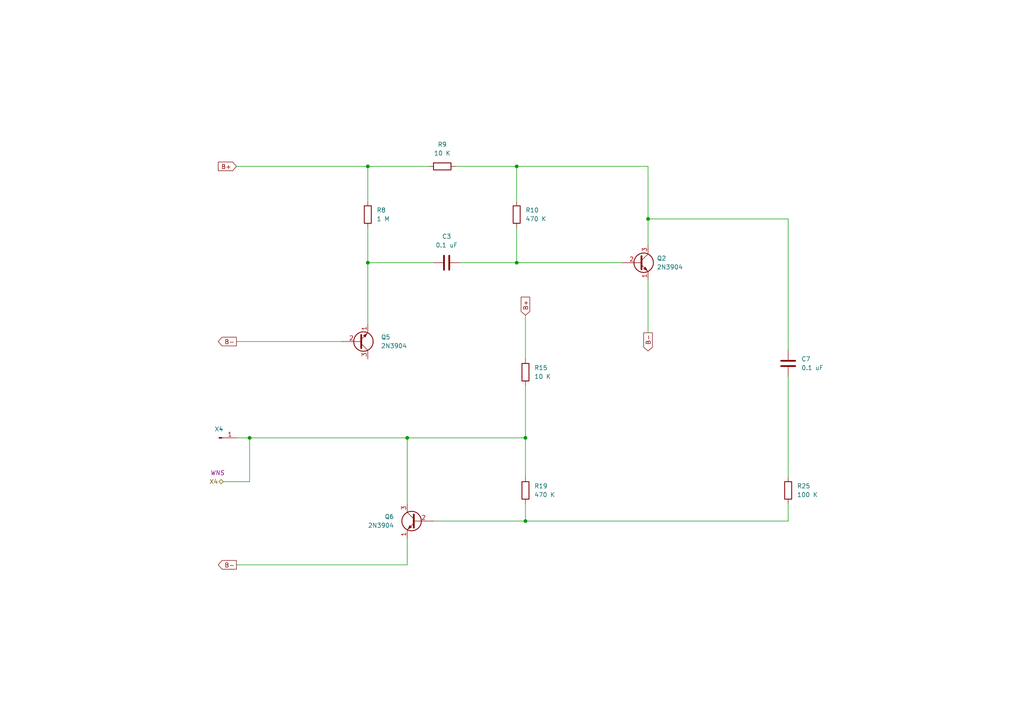
<source format=kicad_sch>
(kicad_sch (version 20230121) (generator eeschema)
  (paper "A4")
  (title_block (title "White Noise Generator") (rev "0.5") (company "Music From Outer Space LLC") (comment 1 "Licence: CC-BY-NC-SA") (comment 2 "Original Design by Ray Wilson") (comment 3 "http://musicfromouterspace.com/analogsynth_new/NOISETOASTER/NOISETOASTER.php"))
  (lib_symbols
    (symbol "Connector:Conn_01x01_Pin" (pin_names (offset 1.016) hide)
      (property "Reference" "J" (at 0 2.54 0))
      (property "Value" "Conn_01x01_Pin" (at 0 -2.54 0))
      (symbol "Conn_01x01_Pin_1_1"
        (polyline (pts (xy 1.27 0) (xy 0.8636 0)) (stroke (width 0.1524)))
        (rectangle (start 0.8636 0.127) (end 0 -0.127) (stroke (width 0.1524)) (fill (type outline)))
        (pin passive line (at 5.08 0 180) (length 3.81) (name "Pin_1") (number "1"))
      )
    )
    (symbol "Device:C" (pin_numbers hide) (pin_names (offset 0.254))
      (property "Reference" "C" (at 0.635 2.54 0))
      (property "Value" "C" (at 0.635 -2.54 0))
      (symbol "C_0_1"
        (polyline (pts (xy -2.032 -0.762) (xy 2.032 -0.762)) (stroke (width 0.508)))
        (polyline (pts (xy -2.032 0.762) (xy 2.032 0.762)) (stroke (width 0.508)))
      )
      (symbol "C_1_1"
        (pin passive line (at 0 3.81 270) (length 2.794) (name "~") (number "1"))
        (pin passive line (at 0 -3.81 90) (length 2.794) (name "~") (number "2"))
      )
    )
    (symbol "Device:R" (pin_numbers hide) (pin_names (offset 0))
      (property "Reference" "R" (at 2.032 0 90))
      (property "Value" "R" (at 0 0 90))
      (symbol "R_0_1"
        (rectangle (start -1.016 -2.54) (end 1.016 2.54) (stroke (width 0.254)))
      )
      (symbol "R_1_1"
        (pin passive line (at 0 3.81 270) (length 1.27) (name "~") (number "1"))
        (pin passive line (at 0 -3.81 90) (length 1.27) (name "~") (number "2"))
      )
    )
    (symbol "Transistor_BJT:2N3904" (pin_names (offset 0) hide)
      (property "Reference" "Q" (at 5.08 1.905 0))
      (property "Value" "2N3904" (at 5.08 0 0))
      (symbol "2N3904_0_1"
        (polyline (pts (xy 0.635 0.635) (xy 2.54 2.54)))
        (polyline (pts (xy 0.635 -0.635) (xy 2.54 -2.54) (xy 2.54 -2.54)))
        (polyline (pts (xy 0.635 1.905) (xy 0.635 -1.905) (xy 0.635 -1.905)) (stroke (width 0.508)))
        (polyline (pts (xy 1.27 -1.778) (xy 1.778 -1.27) (xy 2.286 -2.286) (xy 1.27 -1.778) (xy 1.27 -1.778)) (fill (type outline)))
        (circle (center 1.27 0) (radius 2.8194) (stroke (width 0.254)))
      )
      (symbol "2N3904_1_1"
        (pin passive line (at 2.54 -5.08 90) (length 2.54) (name "E") (number "1"))
        (pin passive line (at -5.08 0 0) (length 5.715) (name "B") (number "2"))
        (pin passive line (at 2.54 5.08 270) (length 2.54) (name "C") (number "3"))
      )
    )
  )
  (junction (at 149.86 48.26))
  (junction (at 118.11 127))
  (junction (at 106.68 48.26))
  (junction (at 72.39 127))
  (junction (at 187.96 63.5))
  (junction (at 152.4 127))
  (junction (at 149.86 76.2))
  (junction (at 106.68 76.2))
  (junction (at 152.4 151.13))
  (wire (pts (xy 152.4 146.05) (xy 152.4 151.13)))
  (wire (pts (xy 228.6 63.5) (xy 187.96 63.5)))
  (wire (pts (xy 118.11 127) (xy 152.4 127)))
  (wire (pts (xy 99.06 99.06) (xy 68.58 99.06)))
  (wire (pts (xy 152.4 111.76) (xy 152.4 127)))
  (wire (pts (xy 149.86 76.2) (xy 180.34 76.2)))
  (wire (pts (xy 106.68 76.2) (xy 125.73 76.2)))
  (wire (pts (xy 106.68 76.2) (xy 106.68 93.98)))
  (wire (pts (xy 187.96 48.26) (xy 149.86 48.26)))
  (wire (pts (xy 68.58 48.26) (xy 106.68 48.26)))
  (wire (pts (xy 106.68 66.04) (xy 106.68 76.2)))
  (wire (pts (xy 228.6 146.05) (xy 228.6 151.13)))
  (wire (pts (xy 132.08 48.26) (xy 149.86 48.26)))
  (wire (pts (xy 64.77 139.7) (xy 72.39 139.7)))
  (wire (pts (xy 125.73 151.13) (xy 152.4 151.13)))
  (wire (pts (xy 106.68 48.26) (xy 124.46 48.26)))
  (wire (pts (xy 152.4 127) (xy 152.4 138.43)))
  (wire (pts (xy 118.11 163.83) (xy 118.11 156.21)))
  (wire (pts (xy 68.58 127) (xy 72.39 127)))
  (wire (pts (xy 72.39 127) (xy 118.11 127)))
  (wire (pts (xy 152.4 91.44) (xy 152.4 104.14)))
  (wire (pts (xy 133.35 76.2) (xy 149.86 76.2)))
  (wire (pts (xy 149.86 66.04) (xy 149.86 76.2)))
  (wire (pts (xy 187.96 71.12) (xy 187.96 63.5)))
  (wire (pts (xy 228.6 151.13) (xy 152.4 151.13)))
  (wire (pts (xy 149.86 48.26) (xy 149.86 58.42)))
  (wire (pts (xy 68.58 163.83) (xy 118.11 163.83)))
  (wire (pts (xy 187.96 63.5) (xy 187.96 48.26)))
  (wire (pts (xy 72.39 139.7) (xy 72.39 127)))
  (wire (pts (xy 187.96 81.28) (xy 187.96 96.52)))
  (wire (pts (xy 118.11 127) (xy 118.11 146.05)))
  (wire (pts (xy 106.68 58.42) (xy 106.68 48.26)))
  (wire (pts (xy 228.6 101.6) (xy 228.6 63.5)))
  (wire (pts (xy 228.6 109.22) (xy 228.6 138.43)))
  (global_label "B-" (shape output) (at 68.58 163.83 180) (property "Intersheetrefs" "${INTERSHEET_REFS}" (effects hide)))
  (global_label "B-" (shape output) (at 187.96 96.52 270) (property "Intersheetrefs" "${INTERSHEET_REFS}" (effects hide)))
  (global_label "B+" (shape input) (at 152.4 91.44 90) (property "Intersheetrefs" "${INTERSHEET_REFS}" (effects hide)))
  (global_label "B-" (shape output) (at 68.58 99.06 180) (property "Intersheetrefs" "${INTERSHEET_REFS}" (effects hide)))
  (global_label "B+" (shape input) (at 68.58 48.26 180) (property "Intersheetrefs" "${INTERSHEET_REFS}" (effects hide)))
  (hierarchical_label "X4" (shape bidirectional) (at 64.77 139.7 180) (property "Bezeichnung" "WNS" (at 60.96 137.16 0) (effects (font italic) (justify left))))
  (symbol (lib_id "Device:R") (at 106.68 62.23 0) (unit 1)
    (property "Reference" "R8" (at 109.22 60.96 0) (effects (justify left)))
    (property "Value" "1 M" (at 109.22 63.5 0) (effects (justify left)))
    (property "Footprint" "Resistor_THT:R_Axial_DIN0207_L6.3mm_D2.5mm_P10.16mm_Horizontal" (effects hide))
  )
  (symbol (lib_id "Connector:Conn_01x01_Pin") (at 63.5 127 0) (unit 1)
    (property "Reference" "X4" (at 63.5 124.46 0))
    (property "Value" "~" (at 64.135 124.46 0))
    (property "Footprint" "Connector_PinHeader_1.00mm:PinHeader_1x01_P1.00mm_Vertical" (effects hide))
  )
  (symbol (lib_id "Device:R") (at 128.27 48.26 90) (unit 1)
    (property "Reference" "R9" (at 128.27 41.91 90))
    (property "Value" "10 K" (at 128.27 44.45 90))
    (property "Footprint" "Resistor_THT:R_Axial_DIN0207_L6.3mm_D2.5mm_P10.16mm_Horizontal" (effects hide))
  )
  (symbol (lib_id "Transistor_BJT:2N3904") (at 185.42 76.2 0) (unit 1)
    (property "Reference" "Q2" (at 190.5 74.93 0) (effects (justify left)))
    (property "Value" "2N3904" (at 190.5 77.47 0) (effects (justify left)))
    (property "Footprint" "Package_TO_SOT_THT:TO-92_Inline" (effects hide))
    (property "Datasheet" "https://www.onsemi.com/pub/Collateral/2N3903-D.PDF" (effects hide))
  )
  (symbol (lib_id "Device:C") (at 129.54 76.2 90) (unit 1)
    (property "Reference" "C3" (at 129.54 68.58 90))
    (property "Value" "0.1 uF" (at 129.54 71.12 90))
    (property "Footprint" "Capacitor_THT:C_Disc_D5.1mm_W3.2mm_P5.00mm" (effects hide))
  )
  (symbol (lib_id "Device:R") (at 152.4 142.24 0) (unit 1)
    (property "Reference" "R19" (at 154.94 140.97 0) (effects (justify left)))
    (property "Value" "470 K" (at 154.94 143.51 0) (effects (justify left)))
    (property "Footprint" "Resistor_THT:R_Axial_DIN0207_L6.3mm_D2.5mm_P10.16mm_Horizontal" (effects hide))
  )
  (symbol (lib_id "Device:R") (at 149.86 62.23 0) (unit 1)
    (property "Reference" "R10" (at 152.4 60.96 0) (effects (justify left)))
    (property "Value" "470 K" (at 152.4 63.5 0) (effects (justify left)))
    (property "Footprint" "Resistor_THT:R_Axial_DIN0207_L6.3mm_D2.5mm_P10.16mm_Horizontal" (effects hide))
  )
  (symbol (lib_id "Device:R") (at 228.6 142.24 0) (unit 1)
    (property "Reference" "R25" (at 231.14 140.97 0) (effects (justify left)))
    (property "Value" "100 K" (at 231.14 143.51 0) (effects (justify left)))
    (property "Footprint" "Resistor_THT:R_Axial_DIN0207_L6.3mm_D2.5mm_P10.16mm_Horizontal" (effects hide))
  )
  (symbol (lib_id "Device:C") (at 228.6 105.41 0) (unit 1)
    (property "Reference" "C7" (at 232.41 104.14 0) (effects (justify left)))
    (property "Value" "0.1 uF" (at 232.41 106.68 0) (effects (justify left)))
    (property "Footprint" "Capacitor_THT:C_Disc_D5.1mm_W3.2mm_P5.00mm" (effects hide))
  )
  (symbol (lib_id "Transistor_BJT:2N3904") (at 104.14 99.06 0) (mirror x) (unit 1)
    (property "Reference" "Q5" (at 110.49 97.79 0) (effects (justify left)))
    (property "Value" "2N3904" (at 110.49 100.33 0) (effects (justify left)))
    (property "Footprint" "Package_TO_SOT_THT:TO-92_Inline" (effects hide))
    (property "Datasheet" "https://www.onsemi.com/pub/Collateral/2N3903-D.PDF" (effects hide))
  )
  (symbol (lib_id "Transistor_BJT:2N3904") (at 120.65 151.13 0) (mirror y) (unit 1)
    (property "Reference" "Q6" (at 114.3 149.86 0) (effects (justify left)))
    (property "Value" "2N3904" (at 114.3 152.4 0) (effects (justify left)))
    (property "Footprint" "Package_TO_SOT_THT:TO-92_Inline" (effects hide))
    (property "Datasheet" "https://www.onsemi.com/pub/Collateral/2N3903-D.PDF" (effects hide))
  )
  (symbol (lib_id "Device:R") (at 152.4 107.95 0) (unit 1)
    (property "Reference" "R15" (at 154.94 106.68 0) (effects (justify left)))
    (property "Value" "10 K" (at 154.94 109.22 0) (effects (justify left)))
    (property "Footprint" "Resistor_THT:R_Axial_DIN0207_L6.3mm_D2.5mm_P10.16mm_Horizontal" (effects hide))
  )
)
</source>
